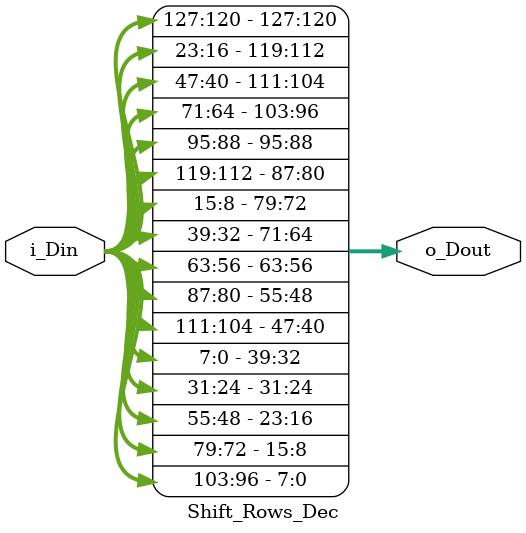
<source format=v>
/*-----------------------------------------------------------------------
				shift rows transformation
-----------------------------------------------------------------------*/
module Shift_Rows_Dec
	(
	input  [127:0] i_Din, // Data input to be transformed
	output [127:0] o_Dout
	);
assign o_Dout[007:000] = i_Din[103:096];
assign o_Dout[015:008] = i_Din[079:072];
assign o_Dout[023:016] = i_Din[055:048];
assign o_Dout[031:024] = i_Din[031:024];
assign o_Dout[039:032] = i_Din[007:000];
assign o_Dout[047:040] = i_Din[111:104];
assign o_Dout[055:048] = i_Din[087:080];
assign o_Dout[063:056] = i_Din[063:056];
assign o_Dout[071:064] = i_Din[039:032];
assign o_Dout[079:072] = i_Din[015:008];
assign o_Dout[087:080] = i_Din[119:112];
assign o_Dout[095:088] = i_Din[095:088];
assign o_Dout[103:096] = i_Din[071:064];
assign o_Dout[111:104] = i_Din[047:040];
assign o_Dout[119:112] = i_Din[023:016];
assign o_Dout[127:120] = i_Din[127:120];
endmodule
</source>
